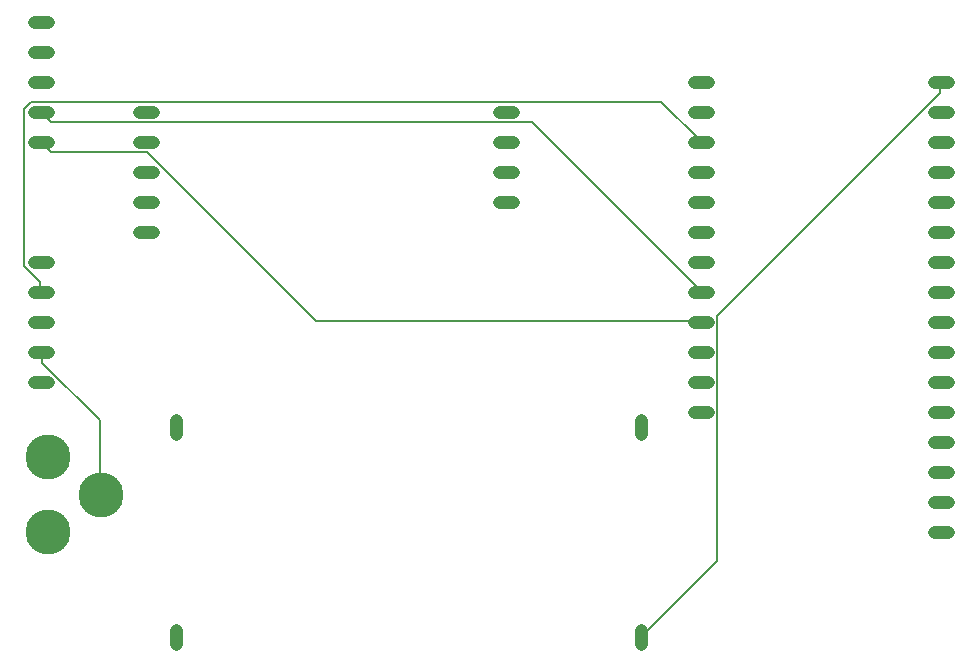
<source format=gbr>
G04 EAGLE Gerber RS-274X export*
G75*
%MOMM*%
%FSLAX34Y34*%
%LPD*%
%INBottom Copper*%
%IPPOS*%
%AMOC8*
5,1,8,0,0,1.08239X$1,22.5*%
G01*
%ADD10C,1.108000*%
%ADD11C,3.810000*%
%ADD12C,0.152400*%


D10*
X317500Y134160D02*
X317500Y145240D01*
X317500Y311960D02*
X317500Y323040D01*
X711200Y323040D02*
X711200Y311960D01*
X711200Y145240D02*
X711200Y134160D01*
X756460Y584200D02*
X767540Y584200D01*
X767540Y609600D02*
X756460Y609600D01*
X756460Y558800D02*
X767540Y558800D01*
X767540Y533400D02*
X756460Y533400D01*
X756460Y508000D02*
X767540Y508000D01*
X767540Y482600D02*
X756460Y482600D01*
X756460Y457200D02*
X767540Y457200D01*
X767540Y431800D02*
X756460Y431800D01*
X756460Y406400D02*
X767540Y406400D01*
X767540Y381000D02*
X756460Y381000D01*
X756460Y355600D02*
X767540Y355600D01*
X767540Y330200D02*
X756460Y330200D01*
X959660Y609600D02*
X970740Y609600D01*
X970740Y584200D02*
X959660Y584200D01*
X959660Y558800D02*
X970740Y558800D01*
X970740Y533400D02*
X959660Y533400D01*
X959660Y508000D02*
X970740Y508000D01*
X970740Y482600D02*
X959660Y482600D01*
X959660Y457200D02*
X970740Y457200D01*
X970740Y431800D02*
X959660Y431800D01*
X959660Y406400D02*
X970740Y406400D01*
X970740Y381000D02*
X959660Y381000D01*
X959660Y355600D02*
X970740Y355600D01*
X970740Y330200D02*
X959660Y330200D01*
X959660Y304800D02*
X970740Y304800D01*
X970740Y279400D02*
X959660Y279400D01*
X959660Y254000D02*
X970740Y254000D01*
X970740Y228600D02*
X959660Y228600D01*
X297640Y584200D02*
X286560Y584200D01*
X286560Y558800D02*
X297640Y558800D01*
X297640Y533400D02*
X286560Y533400D01*
X286560Y508000D02*
X297640Y508000D01*
X297640Y482600D02*
X286560Y482600D01*
X591360Y584200D02*
X602440Y584200D01*
X602440Y558800D02*
X591360Y558800D01*
X591360Y533400D02*
X602440Y533400D01*
X602440Y508000D02*
X591360Y508000D01*
D11*
X254000Y260350D03*
X209550Y228600D03*
X209550Y292100D03*
D10*
X208740Y355600D02*
X197660Y355600D01*
X197660Y381000D02*
X208740Y381000D01*
X208740Y406400D02*
X197660Y406400D01*
X197660Y431800D02*
X208740Y431800D01*
X208740Y457200D02*
X197660Y457200D01*
X197660Y558800D02*
X208740Y558800D01*
X208740Y584200D02*
X197660Y584200D01*
X197660Y609600D02*
X208740Y609600D01*
X208740Y635000D02*
X197660Y635000D01*
X197660Y660400D02*
X208740Y660400D01*
D12*
X204216Y381000D02*
X204216Y371856D01*
X252984Y323088D01*
X252984Y260604D01*
X204216Y381000D02*
X203200Y381000D01*
X252984Y260604D02*
X254000Y260350D01*
X964692Y600456D02*
X964692Y609600D01*
X964692Y600456D02*
X775716Y411480D01*
X775716Y204216D01*
X711200Y139700D01*
X964692Y609600D02*
X965200Y609600D01*
X762000Y406908D02*
X435864Y406908D01*
X292608Y550164D01*
X211836Y550164D01*
X203200Y558800D01*
X762000Y406908D02*
X762000Y406400D01*
X762000Y432816D02*
X618744Y576072D01*
X211836Y576072D01*
X204216Y583692D01*
X762000Y432816D02*
X762000Y431800D01*
X204216Y583692D02*
X203200Y584200D01*
X202692Y440436D02*
X202692Y432816D01*
X202692Y440436D02*
X188976Y454152D01*
X188976Y586740D01*
X195072Y592836D01*
X728472Y592836D01*
X762000Y559308D01*
X203200Y431800D02*
X202692Y432816D01*
X762000Y558800D02*
X762000Y559308D01*
M02*

</source>
